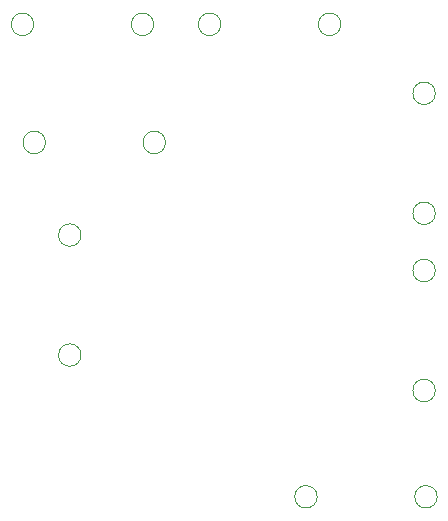
<source format=gbo>
G04 #@! TF.FileFunction,Legend,Bot*
%FSLAX46Y46*%
G04 Gerber Fmt 4.6, Leading zero omitted, Abs format (unit mm)*
G04 Created by KiCad (PCBNEW 4.0.2+dfsg1-stable) date on. 29. nov. 2017 kl. 15.41 +0100*
%MOMM*%
G01*
G04 APERTURE LIST*
%ADD10C,0.100000*%
G04 APERTURE END LIST*
D10*
X128949490Y-91000000D02*
G75*
G03X128949490Y-91000000I-949490J0D01*
G01*
X128949490Y-80840000D02*
G75*
G03X128949490Y-80840000I-949490J0D01*
G01*
X128949490Y-76000000D02*
G75*
G03X128949490Y-76000000I-949490J0D01*
G01*
X128949490Y-65840000D02*
G75*
G03X128949490Y-65840000I-949490J0D01*
G01*
X95949490Y-70000000D02*
G75*
G03X95949490Y-70000000I-949490J0D01*
G01*
X106109490Y-70000000D02*
G75*
G03X106109490Y-70000000I-949490J0D01*
G01*
X118949490Y-100000000D02*
G75*
G03X118949490Y-100000000I-949490J0D01*
G01*
X129109490Y-100000000D02*
G75*
G03X129109490Y-100000000I-949490J0D01*
G01*
X120949490Y-60000000D02*
G75*
G03X120949490Y-60000000I-949490J0D01*
G01*
X110789490Y-60000000D02*
G75*
G03X110789490Y-60000000I-949490J0D01*
G01*
X94949490Y-60000000D02*
G75*
G03X94949490Y-60000000I-949490J0D01*
G01*
X105109490Y-60000000D02*
G75*
G03X105109490Y-60000000I-949490J0D01*
G01*
X98949490Y-88000000D02*
G75*
G03X98949490Y-88000000I-949490J0D01*
G01*
X98949490Y-77840000D02*
G75*
G03X98949490Y-77840000I-949490J0D01*
G01*
M02*

</source>
